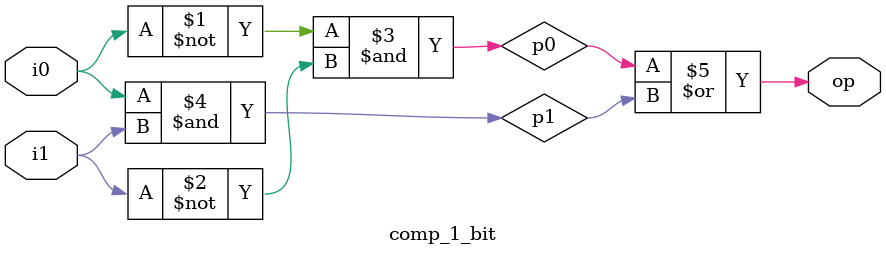
<source format=v>
`timescale 1ns / 1ps
module comp_1_bit(
	input wire i0, i1,
	output wire op 
    );
	 
//internal signals declration
wire p0, p1;

//body
and G1(p0,~i0,~i1);
and G2 (p1,i0,i1);
or  G3 (op,p0,p1);

endmodule

</source>
